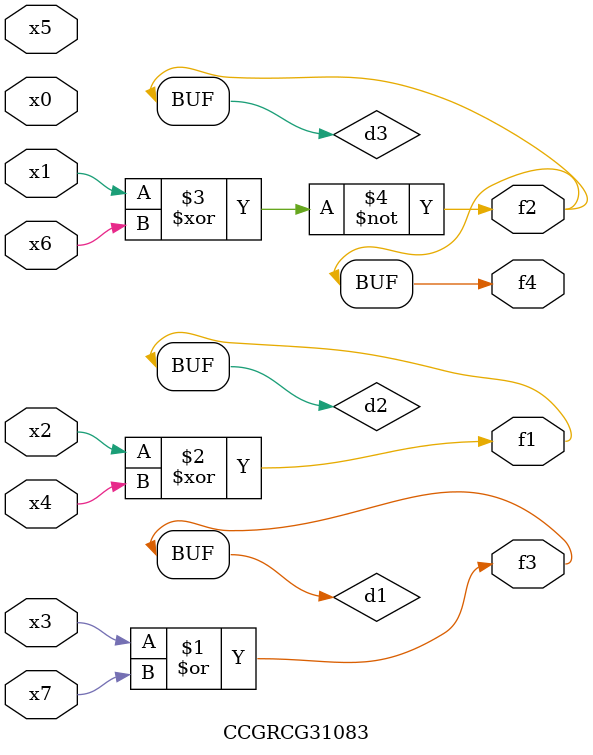
<source format=v>
module CCGRCG31083(
	input x0, x1, x2, x3, x4, x5, x6, x7,
	output f1, f2, f3, f4
);

	wire d1, d2, d3;

	or (d1, x3, x7);
	xor (d2, x2, x4);
	xnor (d3, x1, x6);
	assign f1 = d2;
	assign f2 = d3;
	assign f3 = d1;
	assign f4 = d3;
endmodule

</source>
